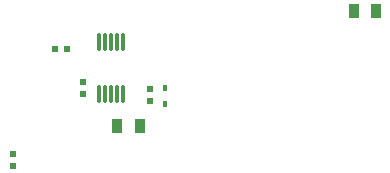
<source format=gtp>
G04*
G04 #@! TF.GenerationSoftware,Altium Limited,Altium Designer,20.2.3 (150)*
G04*
G04 Layer_Color=8421504*
%FSLAX25Y25*%
%MOIN*%
G70*
G04*
G04 #@! TF.SameCoordinates,D589E21F-5B4D-4C87-A750-38AF030900ED*
G04*
G04*
G04 #@! TF.FilePolarity,Positive*
G04*
G01*
G75*
G04:AMPARAMS|DCode=18|XSize=57.09mil|YSize=11.81mil|CornerRadius=1.48mil|HoleSize=0mil|Usage=FLASHONLY|Rotation=90.000|XOffset=0mil|YOffset=0mil|HoleType=Round|Shape=RoundedRectangle|*
%AMROUNDEDRECTD18*
21,1,0.05709,0.00886,0,0,90.0*
21,1,0.05413,0.01181,0,0,90.0*
1,1,0.00295,0.00443,0.02707*
1,1,0.00295,0.00443,-0.02707*
1,1,0.00295,-0.00443,-0.02707*
1,1,0.00295,-0.00443,0.02707*
%
%ADD18ROUNDEDRECTD18*%
%ADD19R,0.01575X0.01890*%
%ADD20R,0.02362X0.01968*%
%ADD21R,0.03543X0.05118*%
%ADD22R,0.01968X0.01968*%
%ADD23R,0.01968X0.01968*%
D18*
X180709Y142126D02*
D03*
X182677D02*
D03*
X184646D02*
D03*
X186614D02*
D03*
X188583D02*
D03*
Y124803D02*
D03*
X186614D02*
D03*
X184646D02*
D03*
X180709D02*
D03*
X182677D02*
D03*
D19*
X202756Y126614D02*
D03*
Y121417D02*
D03*
D20*
X151969Y100787D02*
D03*
Y104724D02*
D03*
X197638Y122441D02*
D03*
Y126378D02*
D03*
D21*
X265551Y152362D02*
D03*
X273031D02*
D03*
X194291Y114173D02*
D03*
X186811D02*
D03*
D22*
X175197Y124803D02*
D03*
Y128740D02*
D03*
D23*
X170079Y139764D02*
D03*
X166142D02*
D03*
M02*

</source>
